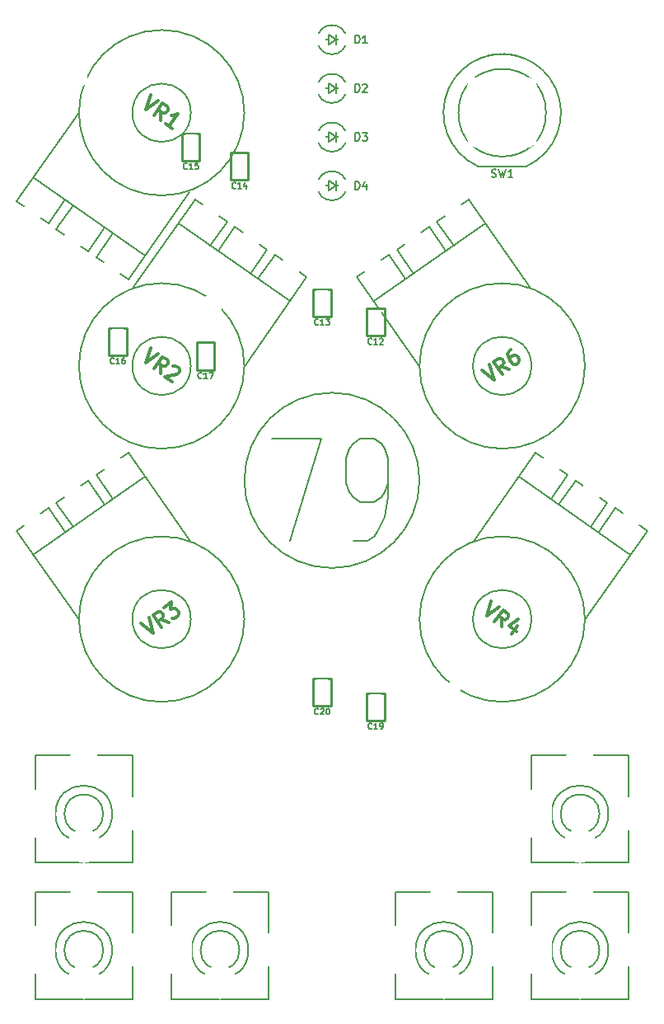
<source format=gbr>
%FSLAX46Y46*%
G04 Gerber Fmt 4.6, Leading zero omitted, Abs format (unit mm)*
G04 Created by KiCad (PCBNEW (2014-09-02 BZR 5112)-product) date 2015-05-06 10:35:48 PM*
%MOMM*%
G01*
G04 APERTURE LIST*
%ADD10C,0.100000*%
%ADD11C,0.254000*%
%ADD12C,0.150000*%
%ADD13C,0.200000*%
%ADD14C,0.152400*%
%ADD15C,0.304800*%
%ADD16R,1.400000X1.400000*%
%ADD17C,1.400000*%
%ADD18R,1.143000X0.812800*%
%ADD19R,1.200000X1.200000*%
%ADD20C,1.200000*%
%ADD21R,1.727200X1.727200*%
%ADD22O,1.727200X1.727200*%
%ADD23C,2.250000*%
%ADD24C,2.500000*%
%ADD25C,1.778000*%
%ADD26C,1.998980*%
%ADD27C,1.524000*%
%ADD28O,3.500000X5.000000*%
%ADD29O,2.000000X3.500000*%
%ADD30O,3.500000X3.500000*%
G04 APERTURE END LIST*
D10*
D11*
X49900000Y-43400000D02*
X49900000Y-40600000D01*
X49900000Y-40600000D02*
X48100000Y-40600000D01*
X48100000Y-40600000D02*
X48100000Y-43400000D01*
X48100000Y-43400000D02*
X49900000Y-43400000D01*
X42600000Y-38600000D02*
X42600000Y-41400000D01*
X42600000Y-41400000D02*
X44400000Y-41400000D01*
X44400000Y-41400000D02*
X44400000Y-38600000D01*
X44400000Y-38600000D02*
X42600000Y-38600000D01*
X35900000Y-27400000D02*
X35900000Y-24600000D01*
X35900000Y-24600000D02*
X34100000Y-24600000D01*
X34100000Y-24600000D02*
X34100000Y-27400000D01*
X34100000Y-27400000D02*
X35900000Y-27400000D01*
X29100000Y-22600000D02*
X29100000Y-25400000D01*
X29100000Y-25400000D02*
X30900000Y-25400000D01*
X30900000Y-25400000D02*
X30900000Y-22600000D01*
X30900000Y-22600000D02*
X29100000Y-22600000D01*
X23400000Y-45400000D02*
X23400000Y-42600000D01*
X23400000Y-42600000D02*
X21600000Y-42600000D01*
X21600000Y-42600000D02*
X21600000Y-45400000D01*
X21600000Y-45400000D02*
X23400000Y-45400000D01*
X30600000Y-44100000D02*
X30600000Y-46900000D01*
X30600000Y-46900000D02*
X32400000Y-46900000D01*
X32400000Y-46900000D02*
X32400000Y-44100000D01*
X32400000Y-44100000D02*
X30600000Y-44100000D01*
X49900000Y-82900000D02*
X49900000Y-80100000D01*
X49900000Y-80100000D02*
X48100000Y-80100000D01*
X48100000Y-80100000D02*
X48100000Y-82900000D01*
X48100000Y-82900000D02*
X49900000Y-82900000D01*
X44400000Y-81400000D02*
X44400000Y-78600000D01*
X44400000Y-78600000D02*
X42600000Y-78600000D01*
X42600000Y-78600000D02*
X42600000Y-81400000D01*
X42600000Y-81400000D02*
X44400000Y-81400000D01*
D12*
X45800000Y-13000000D02*
X46000000Y-13000000D01*
X43300000Y-13000000D02*
X43000000Y-13000000D01*
X44900000Y-13000000D02*
X45800000Y-13000000D01*
X43300000Y-13000000D02*
X44200000Y-13000000D01*
X44900000Y-12500000D02*
X44900000Y-13500000D01*
X44200000Y-12500000D02*
X44200000Y-13500000D01*
X44200000Y-13500000D02*
X44900000Y-13000000D01*
X44900000Y-13000000D02*
X44200000Y-12500000D01*
X46000000Y-13000000D02*
G75*
G03X46000000Y-13000000I-1500000J0D01*
G74*
G01*
X45800000Y-18000000D02*
X46000000Y-18000000D01*
X43300000Y-18000000D02*
X43000000Y-18000000D01*
X44900000Y-18000000D02*
X45800000Y-18000000D01*
X43300000Y-18000000D02*
X44200000Y-18000000D01*
X44900000Y-17500000D02*
X44900000Y-18500000D01*
X44200000Y-17500000D02*
X44200000Y-18500000D01*
X44200000Y-18500000D02*
X44900000Y-18000000D01*
X44900000Y-18000000D02*
X44200000Y-17500000D01*
X46000000Y-18000000D02*
G75*
G03X46000000Y-18000000I-1500000J0D01*
G74*
G01*
X45800000Y-23000000D02*
X46000000Y-23000000D01*
X43300000Y-23000000D02*
X43000000Y-23000000D01*
X44900000Y-23000000D02*
X45800000Y-23000000D01*
X43300000Y-23000000D02*
X44200000Y-23000000D01*
X44900000Y-22500000D02*
X44900000Y-23500000D01*
X44200000Y-22500000D02*
X44200000Y-23500000D01*
X44200000Y-23500000D02*
X44900000Y-23000000D01*
X44900000Y-23000000D02*
X44200000Y-22500000D01*
X46000000Y-23000000D02*
G75*
G03X46000000Y-23000000I-1500000J0D01*
G74*
G01*
X45800000Y-28000000D02*
X46000000Y-28000000D01*
X43300000Y-28000000D02*
X43000000Y-28000000D01*
X44900000Y-28000000D02*
X45800000Y-28000000D01*
X43300000Y-28000000D02*
X44200000Y-28000000D01*
X44900000Y-27500000D02*
X44900000Y-28500000D01*
X44200000Y-27500000D02*
X44200000Y-28500000D01*
X44200000Y-28500000D02*
X44900000Y-28000000D01*
X44900000Y-28000000D02*
X44200000Y-27500000D01*
X46000000Y-28000000D02*
G75*
G03X46000000Y-28000000I-1500000J0D01*
G74*
G01*
X64500000Y-15000000D02*
G75*
G03X56500000Y-18000000I-2500000J-5500000D01*
G74*
G01*
X67500000Y-18000000D02*
G75*
G03X59500000Y-15000000I-5500000J-2500000D01*
G74*
G01*
X64500000Y-26000000D02*
G75*
G03X67500000Y-18000000I-2500000J5500000D01*
G74*
G01*
X56500000Y-18000000D02*
G75*
G03X59500000Y-26000000I5500000J-2500000D01*
G74*
G01*
X64500000Y-26000000D02*
X59500000Y-26000000D01*
X66500000Y-20500000D02*
G75*
G03X66500000Y-20500000I-4500000J0D01*
G74*
G01*
X17086050Y-29428247D02*
X15365321Y-31885703D01*
X15365321Y-31885703D02*
X12088713Y-29591398D01*
X21181810Y-32296129D02*
X19461081Y-34753586D01*
X19461081Y-34753586D02*
X16184473Y-32459280D01*
X16184473Y-32459280D02*
X17905202Y-30001824D01*
X23556841Y-37621468D02*
X20280233Y-35327162D01*
X20280233Y-35327162D02*
X22000962Y-32869706D01*
X13809442Y-27133942D02*
X25277571Y-35164012D01*
X23556841Y-37621468D02*
X29866182Y-28610795D01*
X12088713Y-29591398D02*
X18398054Y-20580725D01*
X30000000Y-20500000D02*
G75*
G03X30000000Y-20500000I-3000000J0D01*
G74*
G01*
X35500000Y-20500000D02*
G75*
G03X35500000Y-20500000I-8500000J0D01*
G74*
G01*
X36913950Y-37571753D02*
X38634679Y-35114297D01*
X38634679Y-35114297D02*
X41911287Y-37408602D01*
X32818190Y-34703871D02*
X34538919Y-32246414D01*
X34538919Y-32246414D02*
X37815527Y-34540720D01*
X37815527Y-34540720D02*
X36094798Y-36998176D01*
X30443159Y-29378532D02*
X33719767Y-31672838D01*
X33719767Y-31672838D02*
X31999038Y-34130294D01*
X40190558Y-39866058D02*
X28722429Y-31835988D01*
X30443159Y-29378532D02*
X24133818Y-38389205D01*
X41911287Y-37408602D02*
X35601946Y-46419275D01*
X30000000Y-46500000D02*
G75*
G03X30000000Y-46500000I-3000000J0D01*
G74*
G01*
X35500000Y-46500000D02*
G75*
G03X35500000Y-46500000I-8500000J0D01*
G74*
G01*
X22000962Y-60130294D02*
X20280233Y-57672838D01*
X20280233Y-57672838D02*
X23556841Y-55378532D01*
X17905202Y-62998176D02*
X16184473Y-60540720D01*
X16184473Y-60540720D02*
X19461081Y-58246414D01*
X19461081Y-58246414D02*
X21181810Y-60703871D01*
X12088713Y-63408602D02*
X15365321Y-61114297D01*
X15365321Y-61114297D02*
X17086050Y-63571753D01*
X25277571Y-57835988D02*
X13809442Y-65866058D01*
X12088713Y-63408602D02*
X18398054Y-72419275D01*
X23556841Y-55378532D02*
X29866182Y-64389205D01*
X30000000Y-72500000D02*
G75*
G03X30000000Y-72500000I-3000000J0D01*
G74*
G01*
X35500000Y-72500000D02*
G75*
G03X35500000Y-72500000I-8500000J0D01*
G74*
G01*
X71913950Y-63571753D02*
X73634679Y-61114297D01*
X73634679Y-61114297D02*
X76911287Y-63408602D01*
X67818190Y-60703871D02*
X69538919Y-58246414D01*
X69538919Y-58246414D02*
X72815527Y-60540720D01*
X72815527Y-60540720D02*
X71094798Y-62998176D01*
X65443159Y-55378532D02*
X68719767Y-57672838D01*
X68719767Y-57672838D02*
X66999038Y-60130294D01*
X75190558Y-65866058D02*
X63722429Y-57835988D01*
X65443159Y-55378532D02*
X59133818Y-64389205D01*
X76911287Y-63408602D02*
X70601946Y-72419275D01*
X65000000Y-72500000D02*
G75*
G03X65000000Y-72500000I-3000000J0D01*
G74*
G01*
X70500000Y-72500000D02*
G75*
G03X70500000Y-72500000I-8500000J0D01*
G74*
G01*
X57000962Y-34130294D02*
X55280233Y-31672838D01*
X55280233Y-31672838D02*
X58556841Y-29378532D01*
X52905202Y-36998176D02*
X51184473Y-34540720D01*
X51184473Y-34540720D02*
X54461081Y-32246414D01*
X54461081Y-32246414D02*
X56181810Y-34703871D01*
X47088713Y-37408602D02*
X50365321Y-35114297D01*
X50365321Y-35114297D02*
X52086050Y-37571753D01*
X60277571Y-31835988D02*
X48809442Y-39866058D01*
X47088713Y-37408602D02*
X53398054Y-46419275D01*
X58556841Y-29378532D02*
X64866182Y-38389205D01*
X65000000Y-46500000D02*
G75*
G03X65000000Y-46500000I-3000000J0D01*
G74*
G01*
X70500000Y-46500000D02*
G75*
G03X70500000Y-46500000I-8500000J0D01*
G74*
G01*
X72915476Y-106500000D02*
G75*
G03X72915476Y-106500000I-2915476J0D01*
G74*
G01*
X75000000Y-111500000D02*
X65000000Y-111500000D01*
X65000000Y-111500000D02*
X65000000Y-100500000D01*
X65000000Y-100500000D02*
X75000000Y-100500000D01*
X75000000Y-100500000D02*
X75000000Y-111500000D01*
X72000000Y-106500000D02*
G75*
G03X72000000Y-106500000I-2000000J0D01*
G74*
G01*
X35915476Y-106500000D02*
G75*
G03X35915476Y-106500000I-2915476J0D01*
G74*
G01*
X38000000Y-111500000D02*
X28000000Y-111500000D01*
X28000000Y-111500000D02*
X28000000Y-100500000D01*
X28000000Y-100500000D02*
X38000000Y-100500000D01*
X38000000Y-100500000D02*
X38000000Y-111500000D01*
X35000000Y-106500000D02*
G75*
G03X35000000Y-106500000I-2000000J0D01*
G74*
G01*
X58915476Y-106500000D02*
G75*
G03X58915476Y-106500000I-2915476J0D01*
G74*
G01*
X61000000Y-111500000D02*
X51000000Y-111500000D01*
X51000000Y-111500000D02*
X51000000Y-100500000D01*
X51000000Y-100500000D02*
X61000000Y-100500000D01*
X61000000Y-100500000D02*
X61000000Y-111500000D01*
X58000000Y-106500000D02*
G75*
G03X58000000Y-106500000I-2000000J0D01*
G74*
G01*
X72915476Y-92500000D02*
G75*
G03X72915476Y-92500000I-2915476J0D01*
G74*
G01*
X75000000Y-97500000D02*
X65000000Y-97500000D01*
X65000000Y-97500000D02*
X65000000Y-86500000D01*
X65000000Y-86500000D02*
X75000000Y-86500000D01*
X75000000Y-86500000D02*
X75000000Y-97500000D01*
X72000000Y-92500000D02*
G75*
G03X72000000Y-92500000I-2000000J0D01*
G74*
G01*
X21915476Y-92500000D02*
G75*
G03X21915476Y-92500000I-2915476J0D01*
G74*
G01*
X24000000Y-97500000D02*
X14000000Y-97500000D01*
X14000000Y-97500000D02*
X14000000Y-86500000D01*
X14000000Y-86500000D02*
X24000000Y-86500000D01*
X24000000Y-86500000D02*
X24000000Y-97500000D01*
X21000000Y-92500000D02*
G75*
G03X21000000Y-92500000I-2000000J0D01*
G74*
G01*
X21915476Y-106500000D02*
G75*
G03X21915476Y-106500000I-2915476J0D01*
G74*
G01*
X24000000Y-111500000D02*
X14000000Y-111500000D01*
X14000000Y-111500000D02*
X14000000Y-100500000D01*
X14000000Y-100500000D02*
X24000000Y-100500000D01*
X24000000Y-100500000D02*
X24000000Y-111500000D01*
X21000000Y-106500000D02*
G75*
G03X21000000Y-106500000I-2000000J0D01*
G74*
G01*
D13*
X53500000Y-58250000D02*
G75*
G03X53500000Y-58250000I-9000000J0D01*
G74*
G01*
D14*
X48608115Y-44217714D02*
X48579086Y-44246743D01*
X48492000Y-44275771D01*
X48433943Y-44275771D01*
X48346858Y-44246743D01*
X48288800Y-44188686D01*
X48259772Y-44130629D01*
X48230743Y-44014514D01*
X48230743Y-43927429D01*
X48259772Y-43811314D01*
X48288800Y-43753257D01*
X48346858Y-43695200D01*
X48433943Y-43666171D01*
X48492000Y-43666171D01*
X48579086Y-43695200D01*
X48608115Y-43724229D01*
X49188686Y-44275771D02*
X48840343Y-44275771D01*
X49014515Y-44275771D02*
X49014515Y-43666171D01*
X48956458Y-43753257D01*
X48898400Y-43811314D01*
X48840343Y-43840343D01*
X49420914Y-43724229D02*
X49449943Y-43695200D01*
X49508000Y-43666171D01*
X49653143Y-43666171D01*
X49711200Y-43695200D01*
X49740229Y-43724229D01*
X49769257Y-43782286D01*
X49769257Y-43840343D01*
X49740229Y-43927429D01*
X49391886Y-44275771D01*
X49769257Y-44275771D01*
X43108115Y-42217714D02*
X43079086Y-42246743D01*
X42992000Y-42275771D01*
X42933943Y-42275771D01*
X42846858Y-42246743D01*
X42788800Y-42188686D01*
X42759772Y-42130629D01*
X42730743Y-42014514D01*
X42730743Y-41927429D01*
X42759772Y-41811314D01*
X42788800Y-41753257D01*
X42846858Y-41695200D01*
X42933943Y-41666171D01*
X42992000Y-41666171D01*
X43079086Y-41695200D01*
X43108115Y-41724229D01*
X43688686Y-42275771D02*
X43340343Y-42275771D01*
X43514515Y-42275771D02*
X43514515Y-41666171D01*
X43456458Y-41753257D01*
X43398400Y-41811314D01*
X43340343Y-41840343D01*
X43891886Y-41666171D02*
X44269257Y-41666171D01*
X44066057Y-41898400D01*
X44153143Y-41898400D01*
X44211200Y-41927429D01*
X44240229Y-41956457D01*
X44269257Y-42014514D01*
X44269257Y-42159657D01*
X44240229Y-42217714D01*
X44211200Y-42246743D01*
X44153143Y-42275771D01*
X43978971Y-42275771D01*
X43920914Y-42246743D01*
X43891886Y-42217714D01*
X34608115Y-28217714D02*
X34579086Y-28246743D01*
X34492000Y-28275771D01*
X34433943Y-28275771D01*
X34346858Y-28246743D01*
X34288800Y-28188686D01*
X34259772Y-28130629D01*
X34230743Y-28014514D01*
X34230743Y-27927429D01*
X34259772Y-27811314D01*
X34288800Y-27753257D01*
X34346858Y-27695200D01*
X34433943Y-27666171D01*
X34492000Y-27666171D01*
X34579086Y-27695200D01*
X34608115Y-27724229D01*
X35188686Y-28275771D02*
X34840343Y-28275771D01*
X35014515Y-28275771D02*
X35014515Y-27666171D01*
X34956458Y-27753257D01*
X34898400Y-27811314D01*
X34840343Y-27840343D01*
X35711200Y-27869371D02*
X35711200Y-28275771D01*
X35566057Y-27637143D02*
X35420914Y-28072571D01*
X35798286Y-28072571D01*
X29608115Y-26217714D02*
X29579086Y-26246743D01*
X29492000Y-26275771D01*
X29433943Y-26275771D01*
X29346858Y-26246743D01*
X29288800Y-26188686D01*
X29259772Y-26130629D01*
X29230743Y-26014514D01*
X29230743Y-25927429D01*
X29259772Y-25811314D01*
X29288800Y-25753257D01*
X29346858Y-25695200D01*
X29433943Y-25666171D01*
X29492000Y-25666171D01*
X29579086Y-25695200D01*
X29608115Y-25724229D01*
X30188686Y-26275771D02*
X29840343Y-26275771D01*
X30014515Y-26275771D02*
X30014515Y-25666171D01*
X29956458Y-25753257D01*
X29898400Y-25811314D01*
X29840343Y-25840343D01*
X30740229Y-25666171D02*
X30449943Y-25666171D01*
X30420914Y-25956457D01*
X30449943Y-25927429D01*
X30508000Y-25898400D01*
X30653143Y-25898400D01*
X30711200Y-25927429D01*
X30740229Y-25956457D01*
X30769257Y-26014514D01*
X30769257Y-26159657D01*
X30740229Y-26217714D01*
X30711200Y-26246743D01*
X30653143Y-26275771D01*
X30508000Y-26275771D01*
X30449943Y-26246743D01*
X30420914Y-26217714D01*
X22108115Y-46217714D02*
X22079086Y-46246743D01*
X21992000Y-46275771D01*
X21933943Y-46275771D01*
X21846858Y-46246743D01*
X21788800Y-46188686D01*
X21759772Y-46130629D01*
X21730743Y-46014514D01*
X21730743Y-45927429D01*
X21759772Y-45811314D01*
X21788800Y-45753257D01*
X21846858Y-45695200D01*
X21933943Y-45666171D01*
X21992000Y-45666171D01*
X22079086Y-45695200D01*
X22108115Y-45724229D01*
X22688686Y-46275771D02*
X22340343Y-46275771D01*
X22514515Y-46275771D02*
X22514515Y-45666171D01*
X22456458Y-45753257D01*
X22398400Y-45811314D01*
X22340343Y-45840343D01*
X23211200Y-45666171D02*
X23095086Y-45666171D01*
X23037029Y-45695200D01*
X23008000Y-45724229D01*
X22949943Y-45811314D01*
X22920914Y-45927429D01*
X22920914Y-46159657D01*
X22949943Y-46217714D01*
X22978971Y-46246743D01*
X23037029Y-46275771D01*
X23153143Y-46275771D01*
X23211200Y-46246743D01*
X23240229Y-46217714D01*
X23269257Y-46159657D01*
X23269257Y-46014514D01*
X23240229Y-45956457D01*
X23211200Y-45927429D01*
X23153143Y-45898400D01*
X23037029Y-45898400D01*
X22978971Y-45927429D01*
X22949943Y-45956457D01*
X22920914Y-46014514D01*
X31108115Y-47717714D02*
X31079086Y-47746743D01*
X30992000Y-47775771D01*
X30933943Y-47775771D01*
X30846858Y-47746743D01*
X30788800Y-47688686D01*
X30759772Y-47630629D01*
X30730743Y-47514514D01*
X30730743Y-47427429D01*
X30759772Y-47311314D01*
X30788800Y-47253257D01*
X30846858Y-47195200D01*
X30933943Y-47166171D01*
X30992000Y-47166171D01*
X31079086Y-47195200D01*
X31108115Y-47224229D01*
X31688686Y-47775771D02*
X31340343Y-47775771D01*
X31514515Y-47775771D02*
X31514515Y-47166171D01*
X31456458Y-47253257D01*
X31398400Y-47311314D01*
X31340343Y-47340343D01*
X31891886Y-47166171D02*
X32298286Y-47166171D01*
X32037029Y-47775771D01*
X48608115Y-83717714D02*
X48579086Y-83746743D01*
X48492000Y-83775771D01*
X48433943Y-83775771D01*
X48346858Y-83746743D01*
X48288800Y-83688686D01*
X48259772Y-83630629D01*
X48230743Y-83514514D01*
X48230743Y-83427429D01*
X48259772Y-83311314D01*
X48288800Y-83253257D01*
X48346858Y-83195200D01*
X48433943Y-83166171D01*
X48492000Y-83166171D01*
X48579086Y-83195200D01*
X48608115Y-83224229D01*
X49188686Y-83775771D02*
X48840343Y-83775771D01*
X49014515Y-83775771D02*
X49014515Y-83166171D01*
X48956458Y-83253257D01*
X48898400Y-83311314D01*
X48840343Y-83340343D01*
X49478971Y-83775771D02*
X49595086Y-83775771D01*
X49653143Y-83746743D01*
X49682171Y-83717714D01*
X49740229Y-83630629D01*
X49769257Y-83514514D01*
X49769257Y-83282286D01*
X49740229Y-83224229D01*
X49711200Y-83195200D01*
X49653143Y-83166171D01*
X49537029Y-83166171D01*
X49478971Y-83195200D01*
X49449943Y-83224229D01*
X49420914Y-83282286D01*
X49420914Y-83427429D01*
X49449943Y-83485486D01*
X49478971Y-83514514D01*
X49537029Y-83543543D01*
X49653143Y-83543543D01*
X49711200Y-83514514D01*
X49740229Y-83485486D01*
X49769257Y-83427429D01*
X43108115Y-82217714D02*
X43079086Y-82246743D01*
X42992000Y-82275771D01*
X42933943Y-82275771D01*
X42846858Y-82246743D01*
X42788800Y-82188686D01*
X42759772Y-82130629D01*
X42730743Y-82014514D01*
X42730743Y-81927429D01*
X42759772Y-81811314D01*
X42788800Y-81753257D01*
X42846858Y-81695200D01*
X42933943Y-81666171D01*
X42992000Y-81666171D01*
X43079086Y-81695200D01*
X43108115Y-81724229D01*
X43340343Y-81724229D02*
X43369372Y-81695200D01*
X43427429Y-81666171D01*
X43572572Y-81666171D01*
X43630629Y-81695200D01*
X43659658Y-81724229D01*
X43688686Y-81782286D01*
X43688686Y-81840343D01*
X43659658Y-81927429D01*
X43311315Y-82275771D01*
X43688686Y-82275771D01*
X44066057Y-81666171D02*
X44124114Y-81666171D01*
X44182171Y-81695200D01*
X44211200Y-81724229D01*
X44240229Y-81782286D01*
X44269257Y-81898400D01*
X44269257Y-82043543D01*
X44240229Y-82159657D01*
X44211200Y-82217714D01*
X44182171Y-82246743D01*
X44124114Y-82275771D01*
X44066057Y-82275771D01*
X44008000Y-82246743D01*
X43978971Y-82217714D01*
X43949943Y-82159657D01*
X43920914Y-82043543D01*
X43920914Y-81898400D01*
X43949943Y-81782286D01*
X43978971Y-81724229D01*
X44008000Y-81695200D01*
X44066057Y-81666171D01*
D12*
X46900077Y-13367695D02*
X46900077Y-12554895D01*
X47093601Y-12554895D01*
X47209715Y-12593600D01*
X47287124Y-12671010D01*
X47325829Y-12748419D01*
X47364534Y-12903238D01*
X47364534Y-13019352D01*
X47325829Y-13174171D01*
X47287124Y-13251581D01*
X47209715Y-13328990D01*
X47093601Y-13367695D01*
X46900077Y-13367695D01*
X48138629Y-13367695D02*
X47674172Y-13367695D01*
X47906401Y-13367695D02*
X47906401Y-12554895D01*
X47828991Y-12671010D01*
X47751582Y-12748419D01*
X47674172Y-12787124D01*
X46900077Y-18367695D02*
X46900077Y-17554895D01*
X47093601Y-17554895D01*
X47209715Y-17593600D01*
X47287124Y-17671010D01*
X47325829Y-17748419D01*
X47364534Y-17903238D01*
X47364534Y-18019352D01*
X47325829Y-18174171D01*
X47287124Y-18251581D01*
X47209715Y-18328990D01*
X47093601Y-18367695D01*
X46900077Y-18367695D01*
X47674172Y-17632305D02*
X47712877Y-17593600D01*
X47790286Y-17554895D01*
X47983810Y-17554895D01*
X48061220Y-17593600D01*
X48099924Y-17632305D01*
X48138629Y-17709714D01*
X48138629Y-17787124D01*
X48099924Y-17903238D01*
X47635467Y-18367695D01*
X48138629Y-18367695D01*
X46900077Y-23367695D02*
X46900077Y-22554895D01*
X47093601Y-22554895D01*
X47209715Y-22593600D01*
X47287124Y-22671010D01*
X47325829Y-22748419D01*
X47364534Y-22903238D01*
X47364534Y-23019352D01*
X47325829Y-23174171D01*
X47287124Y-23251581D01*
X47209715Y-23328990D01*
X47093601Y-23367695D01*
X46900077Y-23367695D01*
X47635467Y-22554895D02*
X48138629Y-22554895D01*
X47867696Y-22864533D01*
X47983810Y-22864533D01*
X48061220Y-22903238D01*
X48099924Y-22941943D01*
X48138629Y-23019352D01*
X48138629Y-23212876D01*
X48099924Y-23290286D01*
X48061220Y-23328990D01*
X47983810Y-23367695D01*
X47751582Y-23367695D01*
X47674172Y-23328990D01*
X47635467Y-23290286D01*
X46900077Y-28367695D02*
X46900077Y-27554895D01*
X47093601Y-27554895D01*
X47209715Y-27593600D01*
X47287124Y-27671010D01*
X47325829Y-27748419D01*
X47364534Y-27903238D01*
X47364534Y-28019352D01*
X47325829Y-28174171D01*
X47287124Y-28251581D01*
X47209715Y-28328990D01*
X47093601Y-28367695D01*
X46900077Y-28367695D01*
X48061220Y-27825829D02*
X48061220Y-28367695D01*
X47867696Y-27516190D02*
X47674172Y-28096762D01*
X48177334Y-28096762D01*
D14*
X60916267Y-27078990D02*
X61032381Y-27117695D01*
X61225905Y-27117695D01*
X61303315Y-27078990D01*
X61342019Y-27040286D01*
X61380724Y-26962876D01*
X61380724Y-26885467D01*
X61342019Y-26808057D01*
X61303315Y-26769352D01*
X61225905Y-26730648D01*
X61071086Y-26691943D01*
X60993677Y-26653238D01*
X60954972Y-26614533D01*
X60916267Y-26537124D01*
X60916267Y-26459714D01*
X60954972Y-26382305D01*
X60993677Y-26343600D01*
X61071086Y-26304895D01*
X61264610Y-26304895D01*
X61380724Y-26343600D01*
X61651657Y-26304895D02*
X61845181Y-27117695D01*
X62000000Y-26537124D01*
X62154819Y-27117695D01*
X62348343Y-26304895D01*
X63083733Y-27117695D02*
X62619276Y-27117695D01*
X62851505Y-27117695D02*
X62851505Y-26304895D01*
X62774095Y-26421010D01*
X62696686Y-26498419D01*
X62619276Y-26537124D01*
D15*
X25843897Y-18671665D02*
X25385896Y-20211429D01*
X26676156Y-19254419D01*
X26931519Y-21293686D02*
X26931642Y-20407838D01*
X26218154Y-20794183D02*
X27092285Y-19545795D01*
X27567862Y-19878798D01*
X27645130Y-20021495D01*
X27662952Y-20122567D01*
X27639148Y-20283086D01*
X27514272Y-20461428D01*
X27371576Y-20538696D01*
X27270502Y-20556518D01*
X27109984Y-20532715D01*
X26634407Y-20199712D01*
X28120460Y-22126192D02*
X27407095Y-21626689D01*
X27763777Y-21876440D02*
X28637908Y-20628052D01*
X28394138Y-20723142D01*
X28191994Y-20758787D01*
X28031475Y-20734983D01*
X25843897Y-44671665D02*
X25385896Y-46211429D01*
X26676156Y-45254419D01*
X26931519Y-47293686D02*
X26931642Y-46407838D01*
X26218154Y-46794183D02*
X27092285Y-45545795D01*
X27567862Y-45878798D01*
X27645130Y-46021495D01*
X27662952Y-46122567D01*
X27639148Y-46283086D01*
X27514272Y-46461428D01*
X27371576Y-46538696D01*
X27270502Y-46556518D01*
X27109984Y-46532715D01*
X26634407Y-46199712D01*
X28197976Y-46497194D02*
X28299047Y-46479373D01*
X28459567Y-46503177D01*
X28756802Y-46711303D01*
X28834071Y-46854000D01*
X28851893Y-46955072D01*
X28828089Y-47115592D01*
X28744839Y-47234486D01*
X28560516Y-47371201D01*
X27347648Y-47585063D01*
X28120460Y-48126192D01*
X24886517Y-72961054D02*
X26176776Y-73918065D01*
X25718775Y-72378300D01*
X27722399Y-72835808D02*
X26890017Y-72532714D01*
X27009035Y-73335311D02*
X26134904Y-72086923D01*
X26610481Y-71753921D01*
X26770999Y-71730118D01*
X26872072Y-71747939D01*
X27014769Y-71825208D01*
X27139645Y-72003550D01*
X27163449Y-72164068D01*
X27145627Y-72265141D01*
X27068358Y-72407838D01*
X26592782Y-72740840D01*
X27264398Y-71296044D02*
X28037210Y-70754915D01*
X27954082Y-71521868D01*
X28132423Y-71396992D01*
X28292942Y-71373188D01*
X28394015Y-71391011D01*
X28536713Y-71468279D01*
X28744839Y-71765514D01*
X28768642Y-71926034D01*
X28750820Y-72027106D01*
X28673552Y-72169804D01*
X28316870Y-72419555D01*
X28156350Y-72443358D01*
X28055278Y-72425537D01*
X60843897Y-70671665D02*
X60385896Y-72211429D01*
X61676156Y-71254419D01*
X61931519Y-73293686D02*
X61931642Y-72407838D01*
X61218154Y-72794183D02*
X62092285Y-71545795D01*
X62567862Y-71878798D01*
X62645130Y-72021495D01*
X62662952Y-72122567D01*
X62639148Y-72283086D01*
X62514272Y-72461428D01*
X62371576Y-72538696D01*
X62270502Y-72556518D01*
X62109984Y-72532715D01*
X61634407Y-72199712D01*
X63584319Y-73210683D02*
X63001565Y-74042941D01*
X63620086Y-72526980D02*
X62698472Y-73210559D01*
X63471283Y-73751687D01*
X59886517Y-46961054D02*
X61176776Y-47918065D01*
X60718775Y-46378300D01*
X62722399Y-46835808D02*
X61890017Y-46532714D01*
X62009035Y-47335311D02*
X61134904Y-46086923D01*
X61610481Y-45753921D01*
X61770999Y-45730118D01*
X61872072Y-45747939D01*
X62014769Y-45825208D01*
X62139645Y-46003550D01*
X62163449Y-46164068D01*
X62145627Y-46265141D01*
X62068358Y-46407838D01*
X61592782Y-46740840D01*
X62918315Y-44838166D02*
X62680527Y-45004667D01*
X62603258Y-45147364D01*
X62585436Y-45248436D01*
X62591418Y-45510028D01*
X62698472Y-45789441D01*
X63031475Y-46265017D01*
X63174172Y-46342287D01*
X63275244Y-46360108D01*
X63435763Y-46336305D01*
X63673552Y-46169804D01*
X63750820Y-46027106D01*
X63768642Y-45926034D01*
X63744839Y-45765514D01*
X63536713Y-45468279D01*
X63394015Y-45391011D01*
X63292942Y-45373188D01*
X63132423Y-45396992D01*
X62894635Y-45563493D01*
X62817366Y-45706190D01*
X62799544Y-45807263D01*
X62823348Y-45967782D01*
D13*
X38347619Y-54000000D02*
X43414286Y-54000000D01*
X40157143Y-64500000D01*
X46671429Y-64500000D02*
X48119048Y-64500000D01*
X48842857Y-64000000D01*
X49204762Y-63500000D01*
X49928571Y-62000000D01*
X50290476Y-60000000D01*
X50290476Y-56000000D01*
X49928571Y-55000000D01*
X49566667Y-54500000D01*
X48842857Y-54000000D01*
X47395238Y-54000000D01*
X46671429Y-54500000D01*
X46309524Y-55000000D01*
X45947619Y-56000000D01*
X45947619Y-58500000D01*
X46309524Y-59500000D01*
X46671429Y-60000000D01*
X47395238Y-60500000D01*
X48842857Y-60500000D01*
X49566667Y-60000000D01*
X49928571Y-59500000D01*
X50290476Y-58500000D01*
%LPC*%
D16*
X55000000Y-79500000D03*
D17*
X57000000Y-79500000D03*
D18*
X49000000Y-42850900D03*
X49000000Y-41149100D03*
X43500000Y-39149100D03*
X43500000Y-40850900D03*
X35000000Y-26850900D03*
X35000000Y-25149100D03*
X30000000Y-23149100D03*
X30000000Y-24850900D03*
X22500000Y-44850900D03*
X22500000Y-43149100D03*
X31500000Y-44649100D03*
X31500000Y-46350900D03*
X49000000Y-82350900D03*
X49000000Y-80649100D03*
X43500000Y-80850900D03*
X43500000Y-79149100D03*
D16*
X73500000Y-44000000D03*
D17*
X71500000Y-44000000D03*
D16*
X71500000Y-18500000D03*
D17*
X73500000Y-18500000D03*
D19*
X43230000Y-13000000D03*
D20*
X45770000Y-13000000D03*
D19*
X43230000Y-18000000D03*
D20*
X45770000Y-18000000D03*
D19*
X43230000Y-23000000D03*
D20*
X45770000Y-23000000D03*
D19*
X43230000Y-28000000D03*
D20*
X45770000Y-28000000D03*
D21*
X73500000Y-26500000D03*
D22*
X70960000Y-26500000D03*
X73500000Y-29040000D03*
X70960000Y-29040000D03*
X73500000Y-31580000D03*
X70960000Y-31580000D03*
X73500000Y-34120000D03*
X70960000Y-34120000D03*
X73500000Y-36660000D03*
X70960000Y-36660000D03*
D23*
X59500000Y-18000000D03*
X64500000Y-18000000D03*
X64500000Y-23000000D03*
X59500000Y-23000000D03*
D24*
X32000000Y-40500000D03*
X22500000Y-16500000D03*
D25*
X13460000Y-17000000D03*
X16000000Y-19540000D03*
X18540000Y-17000000D03*
X13460000Y-41500000D03*
X16000000Y-44040000D03*
X18540000Y-41500000D03*
D26*
X17822777Y-33606433D03*
X21918537Y-36474315D03*
X13727017Y-30738551D03*
X36177223Y-33393567D03*
X32081463Y-30525685D03*
X40272983Y-36261449D03*
X17822777Y-59393567D03*
X13727017Y-62261449D03*
X21918537Y-56525685D03*
X71177223Y-59393567D03*
X67081463Y-56525685D03*
X75272983Y-62261449D03*
X52822777Y-33393567D03*
X48727017Y-36261449D03*
X56918537Y-30525685D03*
D27*
X51000000Y-91500000D03*
X56000000Y-91500000D03*
X38000000Y-91500000D03*
X33000000Y-91500000D03*
X38000000Y-61500000D03*
X33000000Y-61500000D03*
X51000000Y-61500000D03*
X56000000Y-61500000D03*
D28*
X65300000Y-106500000D03*
D29*
X74700000Y-106500000D03*
D30*
X70000000Y-101600000D03*
X70000000Y-109800000D03*
D28*
X28300000Y-106500000D03*
D29*
X37700000Y-106500000D03*
D30*
X33000000Y-101600000D03*
X33000000Y-109800000D03*
D28*
X51300000Y-106500000D03*
D29*
X60700000Y-106500000D03*
D30*
X56000000Y-101600000D03*
X56000000Y-109800000D03*
D28*
X65300000Y-92500000D03*
D29*
X74700000Y-92500000D03*
D30*
X70000000Y-87600000D03*
X70000000Y-95800000D03*
D28*
X14300000Y-92500000D03*
D29*
X23700000Y-92500000D03*
D30*
X19000000Y-87600000D03*
X19000000Y-95800000D03*
D28*
X14300000Y-106500000D03*
D29*
X23700000Y-106500000D03*
D30*
X19000000Y-101600000D03*
X19000000Y-109800000D03*
M02*

</source>
